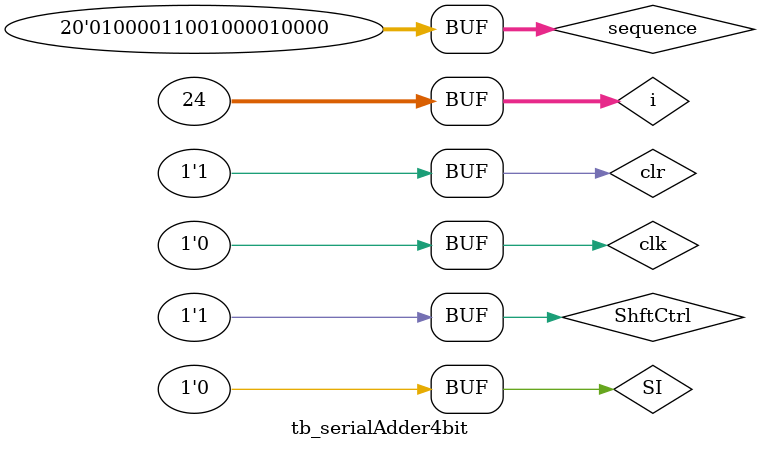
<source format=v>
`include "serialAdder_4bit.v"       //Acc, SI, ShftCtrl, clr, clk
module tb_serialAdder4bit();
    
    wire [3:0] Acc;
    wire SI2;
    reg SI;
    reg clr, clk, ShftCtrl;
    integer i;


    serialAdder_4bit sa( Acc,SI2, SI, ShftCtrl, clr, clk );

    always @(posedge clk)   begin
        $display("ShftCtrl = %b ", ShftCtrl, " SI = %b ", SI," SI2:= ",SI2 ," Acc = %b ", Acc, "Clk: = ",clk," dff_out = %b ", sa.dff.q, "time = ", $time);
    end

    reg [19:0] sequence;

    initial begin
        
        ShftCtrl = 1;
        clk = 1'b0;
        clr = 1'b0;
        #2 clr = 1'b1;
        sequence = 20'b0100_0011_0010_0001_0000;

        for(i=0; i<24; i= i+1) begin
                if( i<20 )
                    SI = sequence[i];
            #2  clk = 1'b1;
            #2  clk = 1'b0;
        end

    end

endmodule
</source>
